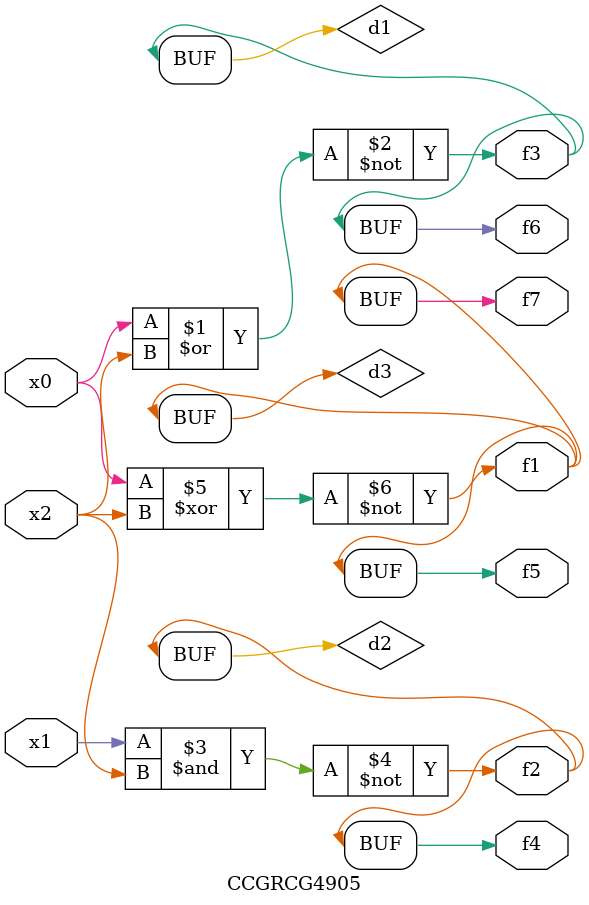
<source format=v>
module CCGRCG4905(
	input x0, x1, x2,
	output f1, f2, f3, f4, f5, f6, f7
);

	wire d1, d2, d3;

	nor (d1, x0, x2);
	nand (d2, x1, x2);
	xnor (d3, x0, x2);
	assign f1 = d3;
	assign f2 = d2;
	assign f3 = d1;
	assign f4 = d2;
	assign f5 = d3;
	assign f6 = d1;
	assign f7 = d3;
endmodule

</source>
